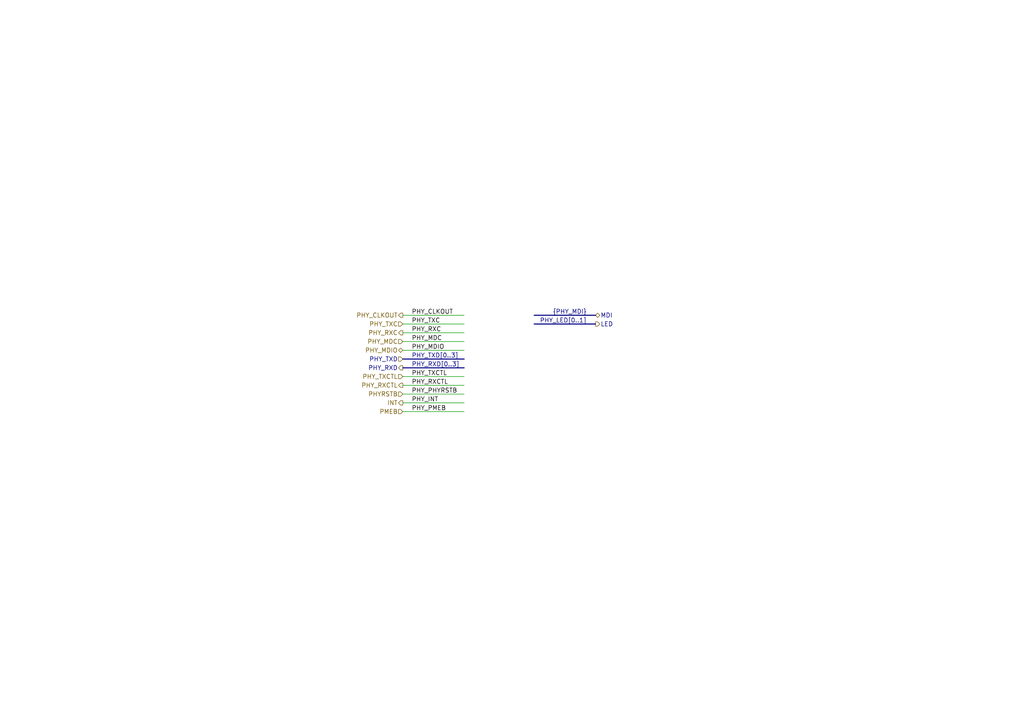
<source format=kicad_sch>
(kicad_sch
	(version 20250114)
	(generator "eeschema")
	(generator_version "9.0")
	(uuid "33b20141-0b4a-4a5d-826f-23765b5774c7")
	(paper "A4")
	(title_block
		(date "2026-01-14")
		(rev "1.0.0")
		(company "TickLab")
		(comment 1 "Project: VESA-SBC3399")
	)
	(lib_symbols)
	(bus_alias "PHY_MDI"
		(members "PHY_MDI0+" "PHY_MDI0-" "PHY_MDI1+" "PHY_MDI1-" "PHY_MDI2+" "PHY_MDI2-"
			"PHY_MDI3+" "PHY_MDI3-"
		)
	)
	(bus
		(pts
			(xy 116.84 106.68) (xy 134.62 106.68)
		)
		(stroke
			(width 0)
			(type default)
		)
		(uuid "0f3cb622-f6c0-4cdd-a642-3eb85700fa42")
	)
	(wire
		(pts
			(xy 116.84 91.44) (xy 134.62 91.44)
		)
		(stroke
			(width 0)
			(type default)
		)
		(uuid "19664802-c082-4acd-9469-e137428f2faa")
	)
	(bus
		(pts
			(xy 154.94 93.98) (xy 172.72 93.98)
		)
		(stroke
			(width 0)
			(type default)
		)
		(uuid "2bd9225a-5db1-412a-b798-30d202e04778")
	)
	(wire
		(pts
			(xy 116.84 99.06) (xy 134.62 99.06)
		)
		(stroke
			(width 0)
			(type default)
		)
		(uuid "410effc3-9e95-4c80-937b-103e3dcc2d7a")
	)
	(wire
		(pts
			(xy 116.84 109.22) (xy 134.62 109.22)
		)
		(stroke
			(width 0)
			(type default)
		)
		(uuid "47a207b5-ab6b-42e6-8645-8e7e242540e9")
	)
	(wire
		(pts
			(xy 116.84 114.3) (xy 134.62 114.3)
		)
		(stroke
			(width 0)
			(type default)
		)
		(uuid "5bd4e8d8-621d-46c8-8494-154975cc4334")
	)
	(wire
		(pts
			(xy 116.84 96.52) (xy 134.62 96.52)
		)
		(stroke
			(width 0)
			(type default)
		)
		(uuid "7b7a6509-69c1-45bd-b8b5-650e771c4286")
	)
	(bus
		(pts
			(xy 116.84 104.14) (xy 134.62 104.14)
		)
		(stroke
			(width 0)
			(type default)
		)
		(uuid "810e791d-ad8a-466a-888c-80483be7fa83")
	)
	(wire
		(pts
			(xy 116.84 119.38) (xy 134.62 119.38)
		)
		(stroke
			(width 0)
			(type default)
		)
		(uuid "85191ba9-ce2b-4b6f-b959-390a694334a0")
	)
	(wire
		(pts
			(xy 116.84 101.6) (xy 134.62 101.6)
		)
		(stroke
			(width 0)
			(type default)
		)
		(uuid "9b331595-0839-4ca9-bf55-a0b76f9c2da0")
	)
	(bus
		(pts
			(xy 154.94 91.44) (xy 172.72 91.44)
		)
		(stroke
			(width 0)
			(type default)
		)
		(uuid "a615b1a2-6fe8-45eb-a671-96b655883339")
	)
	(wire
		(pts
			(xy 116.84 111.76) (xy 134.62 111.76)
		)
		(stroke
			(width 0)
			(type default)
		)
		(uuid "e7e474f8-39b1-402f-bf99-3be818aafc1b")
	)
	(wire
		(pts
			(xy 116.84 116.84) (xy 134.62 116.84)
		)
		(stroke
			(width 0)
			(type default)
		)
		(uuid "e85a8c95-08d3-435f-9437-d5ead2f314d6")
	)
	(wire
		(pts
			(xy 116.84 93.98) (xy 134.62 93.98)
		)
		(stroke
			(width 0)
			(type default)
		)
		(uuid "f98fc5a1-e17c-4ab3-8035-4595f4b1503b")
	)
	(label "PHY_RXC"
		(at 119.38 96.52 0)
		(effects
			(font
				(size 1.27 1.27)
			)
			(justify left bottom)
		)
		(uuid "08a0f27c-99e0-487c-bc2e-20752e9fa16e")
	)
	(label "PHY_TXD[0..3]"
		(at 119.38 104.14 0)
		(effects
			(font
				(size 1.27 1.27)
			)
			(justify left bottom)
		)
		(uuid "1a9db560-60cf-4e47-ab3d-1eb685e750c4")
	)
	(label "PHY_RXD[0..3]"
		(at 119.38 106.68 0)
		(effects
			(font
				(size 1.27 1.27)
			)
			(justify left bottom)
		)
		(uuid "2067fbf8-19c3-4bfd-bec6-8455237ac8b7")
	)
	(label "PHY_TXCTL"
		(at 119.38 109.22 0)
		(effects
			(font
				(size 1.27 1.27)
			)
			(justify left bottom)
		)
		(uuid "21fbb482-710c-4dfb-8ab4-87f747f08b36")
	)
	(label "PHY_PMEB"
		(at 119.38 119.38 0)
		(effects
			(font
				(size 1.27 1.27)
			)
			(justify left bottom)
		)
		(uuid "590799b4-7d37-4703-9f2b-ea63b9eddc47")
	)
	(label "PHY_MDIO"
		(at 119.38 101.6 0)
		(effects
			(font
				(size 1.27 1.27)
			)
			(justify left bottom)
		)
		(uuid "72dcfefd-2ec2-4b91-b1dc-00627edd8abb")
	)
	(label "PHY_RXCTL"
		(at 119.38 111.76 0)
		(effects
			(font
				(size 1.27 1.27)
			)
			(justify left bottom)
		)
		(uuid "7d092066-59ec-4389-99c8-260afa59c75b")
	)
	(label "PHY_INT"
		(at 119.38 116.84 0)
		(effects
			(font
				(size 1.27 1.27)
			)
			(justify left bottom)
		)
		(uuid "ada07d3b-b541-4995-8b3d-224de8f9b2c0")
	)
	(label "PHY_TXC"
		(at 119.38 93.98 0)
		(effects
			(font
				(size 1.27 1.27)
			)
			(justify left bottom)
		)
		(uuid "ae7bc4c9-96bd-4e6b-b843-210cb8e57126")
	)
	(label "PHY_CLKOUT"
		(at 119.38 91.44 0)
		(effects
			(font
				(size 1.27 1.27)
			)
			(justify left bottom)
		)
		(uuid "b0c77b20-fbeb-42df-957e-7903df6b9215")
	)
	(label "{PHY_MDI}"
		(at 170.18 91.44 180)
		(effects
			(font
				(size 1.27 1.27)
			)
			(justify right bottom)
		)
		(uuid "b8046084-94fb-4ffc-98d9-43e52010b149")
	)
	(label "PHY_PHYRSTB"
		(at 119.38 114.3 0)
		(effects
			(font
				(size 1.27 1.27)
			)
			(justify left bottom)
		)
		(uuid "b82f5666-20b7-43bf-8d99-958e6050e341")
	)
	(label "PHY_MDC"
		(at 119.38 99.06 0)
		(effects
			(font
				(size 1.27 1.27)
			)
			(justify left bottom)
		)
		(uuid "ecc9663a-7efa-4b5b-9744-dff48a57656b")
	)
	(label "PHY_LED[0..1]"
		(at 170.18 93.98 180)
		(effects
			(font
				(size 1.27 1.27)
			)
			(justify right bottom)
		)
		(uuid "ef66cedf-6f4a-48b5-bbe1-6656f1f8ab5e")
	)
	(hierarchical_label "PHY_RXD"
		(shape output)
		(at 116.84 106.68 180)
		(effects
			(font
				(size 1.27 1.27)
			)
			(justify right)
		)
		(uuid "033c2bf7-0540-45d7-9205-7ba025064c10")
	)
	(hierarchical_label "PHY_RXC"
		(shape output)
		(at 116.84 96.52 180)
		(effects
			(font
				(size 1.27 1.27)
			)
			(justify right)
		)
		(uuid "0f684d84-3819-4287-bd9f-ea23510dbeb1")
	)
	(hierarchical_label "PHY_MDC"
		(shape input)
		(at 116.84 99.06 180)
		(effects
			(font
				(size 1.27 1.27)
			)
			(justify right)
		)
		(uuid "25a464a9-ced0-4760-9c16-38e32d5989b6")
	)
	(hierarchical_label "PHY_TXC"
		(shape input)
		(at 116.84 93.98 180)
		(effects
			(font
				(size 1.27 1.27)
			)
			(justify right)
		)
		(uuid "36e7295f-355c-42e1-8631-cbeba8e78855")
	)
	(hierarchical_label "PHY_MDIO"
		(shape bidirectional)
		(at 116.84 101.6 180)
		(effects
			(font
				(size 1.27 1.27)
			)
			(justify right)
		)
		(uuid "382c4133-0733-4fd9-8cb5-dda5a508f98b")
	)
	(hierarchical_label "INT"
		(shape output)
		(at 116.84 116.84 180)
		(effects
			(font
				(size 1.27 1.27)
			)
			(justify right)
		)
		(uuid "50b5e4c4-1c10-4ab0-abef-b1283846e6f7")
	)
	(hierarchical_label "PHY_TXCTL"
		(shape input)
		(at 116.84 109.22 180)
		(effects
			(font
				(size 1.27 1.27)
			)
			(justify right)
		)
		(uuid "792344df-4c49-4582-9edc-bf07af100be1")
	)
	(hierarchical_label "MDI"
		(shape bidirectional)
		(at 172.72 91.44 0)
		(effects
			(font
				(size 1.27 1.27)
			)
			(justify left)
		)
		(uuid "98df32ec-2cbf-448b-8ca1-3b473402daf9")
	)
	(hierarchical_label "PHY_TXD"
		(shape input)
		(at 116.84 104.14 180)
		(effects
			(font
				(size 1.27 1.27)
			)
			(justify right)
		)
		(uuid "9974b809-034e-417d-b177-16a6338cc35d")
	)
	(hierarchical_label "PHYRSTB"
		(shape input)
		(at 116.84 114.3 180)
		(effects
			(font
				(size 1.27 1.27)
			)
			(justify right)
		)
		(uuid "ad91dcd9-5c5b-4fc6-97df-6b6f24872fc8")
	)
	(hierarchical_label "PMEB"
		(shape input)
		(at 116.84 119.38 180)
		(effects
			(font
				(size 1.27 1.27)
			)
			(justify right)
		)
		(uuid "b5741a28-204c-413d-a01d-3290bf3af419")
	)
	(hierarchical_label "PHY_RXCTL"
		(shape output)
		(at 116.84 111.76 180)
		(effects
			(font
				(size 1.27 1.27)
			)
			(justify right)
		)
		(uuid "e2ebb965-7d88-44a8-83b6-8b2fd9dbccc4")
	)
	(hierarchical_label "PHY_CLKOUT"
		(shape output)
		(at 116.84 91.44 180)
		(effects
			(font
				(size 1.27 1.27)
			)
			(justify right)
		)
		(uuid "ea690622-daaf-4960-8d82-ca4d4ae34507")
	)
	(hierarchical_label "LED"
		(shape output)
		(at 172.72 93.98 0)
		(effects
			(font
				(size 1.27 1.27)
			)
			(justify left)
		)
		(uuid "f4f9389e-3a96-4e8a-baf8-2d0d6aa1fc68")
	)
)

</source>
